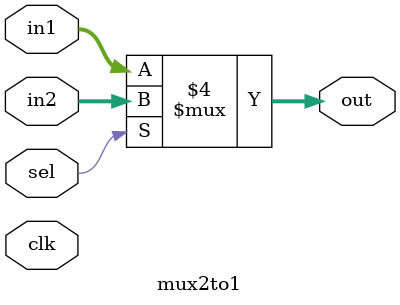
<source format=v>

module mux2to1(
    input wire [31:0] in1,
    input wire [31:0] in2,
    input wire sel,
    output reg [31:0] out,
    input clk
    );
     
    always @(in1,in2,sel)
    begin
    if(sel == 0)
        out = in1;
    else
        out = in2;
    end   
	 
endmodule
</source>
